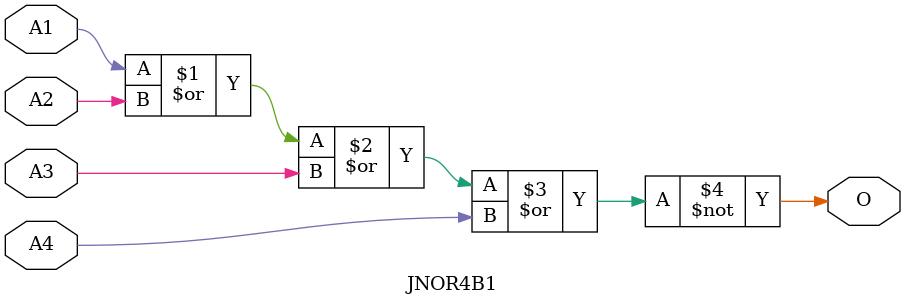
<source format=v>
module JNOR4B1(A1, A2, A3, A4, O);
input   A1;
input   A2;
input   A3;
input   A4;
output  O;
nor g0(O, A1, A2, A3, A4);
endmodule
</source>
